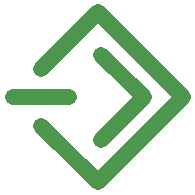
<source format=gbo>
G04 #@! TF.GenerationSoftware,KiCad,Pcbnew,8.0.6*
G04 #@! TF.CreationDate,2024-11-07T02:27:15-08:00*
G04 #@! TF.ProjectId,mse-50-ce,6d73652d-3530-42d6-9365-2e6b69636164,1*
G04 #@! TF.SameCoordinates,Original*
G04 #@! TF.FileFunction,Legend,Bot*
G04 #@! TF.FilePolarity,Positive*
%FSLAX46Y46*%
G04 Gerber Fmt 4.6, Leading zero omitted, Abs format (unit mm)*
G04 Created by KiCad (PCBNEW 8.0.6) date 2024-11-07 02:27:15*
%MOMM*%
%LPD*%
G01*
G04 APERTURE LIST*
%ADD10C,1.350000*%
%ADD11C,0.800000*%
%ADD12C,1.200000*%
%ADD13C,1.700000*%
%ADD14C,4.750000*%
%ADD15C,6.500000*%
%ADD16C,2.300000*%
%ADD17C,2.700000*%
%ADD18C,1.950000*%
G04 APERTURE END LIST*
D10*
X-44699999Y14000000D02*
X-39899999Y14000000D01*
X-37499999Y21199999D02*
X-42300000Y16400000D01*
X-30300000Y14000000D02*
X-37499999Y21199999D01*
X-42300000Y11599999D02*
X-37499999Y6800000D01*
X-37207287Y10400000D02*
X-33607288Y13999999D01*
X-33607288Y13999999D02*
X-37200000Y17592711D01*
X-37499999Y6800000D02*
X-30300000Y14000000D01*
X-37200000Y17592711D02*
X-37200000Y17599999D01*
%LPC*%
D11*
G04 #@! TO.C,J1*
X-15400000Y4000000D03*
D12*
X-59600000Y4000000D03*
G04 #@! TD*
D13*
G04 #@! TO.C,J5*
X-63420000Y23855000D03*
X-61260000Y23855000D03*
X-59100000Y23855000D03*
X-56940000Y23855000D03*
X-54780000Y23855000D03*
X-52620000Y23855000D03*
X-50460000Y23855000D03*
X-48300000Y23855000D03*
X-46140000Y23855000D03*
X-43980000Y23855000D03*
X-41820000Y23855000D03*
X-39660000Y23855000D03*
X-37500000Y23855000D03*
X-35340000Y23855000D03*
X-33180000Y23855000D03*
X-31020000Y23855000D03*
X-28860000Y23855000D03*
X-26700000Y23855000D03*
X-24540000Y23855000D03*
X-22380000Y23855000D03*
X-20220000Y23855000D03*
X-18060000Y23855000D03*
X-15900000Y23855000D03*
X-13740000Y23855000D03*
X-11580000Y23855000D03*
X-63420000Y28145000D03*
X-61260000Y28145000D03*
X-59100000Y28145000D03*
X-56940000Y28145000D03*
X-54780000Y28145000D03*
X-52620000Y28145000D03*
X-50460000Y28145000D03*
X-48300000Y28145000D03*
X-46140000Y28145000D03*
X-43980000Y28145000D03*
X-41820000Y28145000D03*
X-39660000Y28145000D03*
X-37500000Y28145000D03*
X-35340000Y28145000D03*
X-33180000Y28145000D03*
X-31020000Y28145000D03*
X-28860000Y28145000D03*
X-26700000Y28145000D03*
X-24540000Y28145000D03*
X-22380000Y28145000D03*
X-20220000Y28145000D03*
X-18060000Y28145000D03*
X-15900000Y28145000D03*
X-13740000Y28145000D03*
X-11580000Y28145000D03*
D14*
X-75000Y26000000D03*
X-74925000Y26000000D03*
G04 #@! TD*
D15*
G04 #@! TO.C,H4*
X-4000000Y4000000D03*
G04 #@! TD*
D16*
G04 #@! TO.C,J3*
X-72440000Y10870000D03*
D17*
X-69900000Y17340000D03*
D18*
X-72440000Y16010000D03*
X-69900000Y14740000D03*
X-72440000Y13470000D03*
X-69900000Y12200000D03*
G04 #@! TD*
D15*
G04 #@! TO.C,H3*
X-71000000Y4000000D03*
G04 #@! TD*
G36*
X-56961Y17330315D02*
G01*
X-11206Y17277511D01*
X0Y17226000D01*
X0Y8274000D01*
X-19685Y8206961D01*
X-72489Y8161206D01*
X-124000Y8150000D01*
X-2376000Y8150000D01*
X-2443039Y8169685D01*
X-2488794Y8222489D01*
X-2500000Y8274000D01*
X-2500000Y17226000D01*
X-2480315Y17293039D01*
X-2427511Y17338794D01*
X-2376000Y17350000D01*
X-124000Y17350000D01*
X-56961Y17330315D01*
G37*
%LPD*%
M02*

</source>
